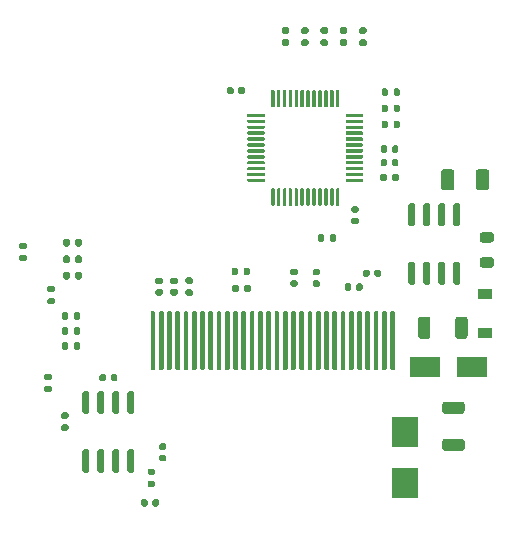
<source format=gbr>
%TF.GenerationSoftware,KiCad,Pcbnew,(5.1.10)-1*%
%TF.CreationDate,2022-01-29T15:25:58-05:00*%
%TF.ProjectId,CAN_Gauge,43414e5f-4761-4756-9765-2e6b69636164,rev?*%
%TF.SameCoordinates,Original*%
%TF.FileFunction,Paste,Top*%
%TF.FilePolarity,Positive*%
%FSLAX46Y46*%
G04 Gerber Fmt 4.6, Leading zero omitted, Abs format (unit mm)*
G04 Created by KiCad (PCBNEW (5.1.10)-1) date 2022-01-29 15:25:58*
%MOMM*%
%LPD*%
G01*
G04 APERTURE LIST*
%ADD10R,1.200000X0.900000*%
%ADD11R,2.300000X2.500000*%
%ADD12R,2.500000X1.800000*%
G04 APERTURE END LIST*
%TO.C,U1*%
G36*
G01*
X139150400Y-88287600D02*
X139150400Y-89612600D01*
G75*
G02*
X139075400Y-89687600I-75000J0D01*
G01*
X138925400Y-89687600D01*
G75*
G02*
X138850400Y-89612600I0J75000D01*
G01*
X138850400Y-88287600D01*
G75*
G02*
X138925400Y-88212600I75000J0D01*
G01*
X139075400Y-88212600D01*
G75*
G02*
X139150400Y-88287600I0J-75000D01*
G01*
G37*
G36*
G01*
X138650400Y-88287600D02*
X138650400Y-89612600D01*
G75*
G02*
X138575400Y-89687600I-75000J0D01*
G01*
X138425400Y-89687600D01*
G75*
G02*
X138350400Y-89612600I0J75000D01*
G01*
X138350400Y-88287600D01*
G75*
G02*
X138425400Y-88212600I75000J0D01*
G01*
X138575400Y-88212600D01*
G75*
G02*
X138650400Y-88287600I0J-75000D01*
G01*
G37*
G36*
G01*
X138150400Y-88287600D02*
X138150400Y-89612600D01*
G75*
G02*
X138075400Y-89687600I-75000J0D01*
G01*
X137925400Y-89687600D01*
G75*
G02*
X137850400Y-89612600I0J75000D01*
G01*
X137850400Y-88287600D01*
G75*
G02*
X137925400Y-88212600I75000J0D01*
G01*
X138075400Y-88212600D01*
G75*
G02*
X138150400Y-88287600I0J-75000D01*
G01*
G37*
G36*
G01*
X137650400Y-88287600D02*
X137650400Y-89612600D01*
G75*
G02*
X137575400Y-89687600I-75000J0D01*
G01*
X137425400Y-89687600D01*
G75*
G02*
X137350400Y-89612600I0J75000D01*
G01*
X137350400Y-88287600D01*
G75*
G02*
X137425400Y-88212600I75000J0D01*
G01*
X137575400Y-88212600D01*
G75*
G02*
X137650400Y-88287600I0J-75000D01*
G01*
G37*
G36*
G01*
X137150400Y-88287600D02*
X137150400Y-89612600D01*
G75*
G02*
X137075400Y-89687600I-75000J0D01*
G01*
X136925400Y-89687600D01*
G75*
G02*
X136850400Y-89612600I0J75000D01*
G01*
X136850400Y-88287600D01*
G75*
G02*
X136925400Y-88212600I75000J0D01*
G01*
X137075400Y-88212600D01*
G75*
G02*
X137150400Y-88287600I0J-75000D01*
G01*
G37*
G36*
G01*
X136650400Y-88287600D02*
X136650400Y-89612600D01*
G75*
G02*
X136575400Y-89687600I-75000J0D01*
G01*
X136425400Y-89687600D01*
G75*
G02*
X136350400Y-89612600I0J75000D01*
G01*
X136350400Y-88287600D01*
G75*
G02*
X136425400Y-88212600I75000J0D01*
G01*
X136575400Y-88212600D01*
G75*
G02*
X136650400Y-88287600I0J-75000D01*
G01*
G37*
G36*
G01*
X136150400Y-88287600D02*
X136150400Y-89612600D01*
G75*
G02*
X136075400Y-89687600I-75000J0D01*
G01*
X135925400Y-89687600D01*
G75*
G02*
X135850400Y-89612600I0J75000D01*
G01*
X135850400Y-88287600D01*
G75*
G02*
X135925400Y-88212600I75000J0D01*
G01*
X136075400Y-88212600D01*
G75*
G02*
X136150400Y-88287600I0J-75000D01*
G01*
G37*
G36*
G01*
X135650400Y-88287600D02*
X135650400Y-89612600D01*
G75*
G02*
X135575400Y-89687600I-75000J0D01*
G01*
X135425400Y-89687600D01*
G75*
G02*
X135350400Y-89612600I0J75000D01*
G01*
X135350400Y-88287600D01*
G75*
G02*
X135425400Y-88212600I75000J0D01*
G01*
X135575400Y-88212600D01*
G75*
G02*
X135650400Y-88287600I0J-75000D01*
G01*
G37*
G36*
G01*
X135150400Y-88287600D02*
X135150400Y-89612600D01*
G75*
G02*
X135075400Y-89687600I-75000J0D01*
G01*
X134925400Y-89687600D01*
G75*
G02*
X134850400Y-89612600I0J75000D01*
G01*
X134850400Y-88287600D01*
G75*
G02*
X134925400Y-88212600I75000J0D01*
G01*
X135075400Y-88212600D01*
G75*
G02*
X135150400Y-88287600I0J-75000D01*
G01*
G37*
G36*
G01*
X134650400Y-88287600D02*
X134650400Y-89612600D01*
G75*
G02*
X134575400Y-89687600I-75000J0D01*
G01*
X134425400Y-89687600D01*
G75*
G02*
X134350400Y-89612600I0J75000D01*
G01*
X134350400Y-88287600D01*
G75*
G02*
X134425400Y-88212600I75000J0D01*
G01*
X134575400Y-88212600D01*
G75*
G02*
X134650400Y-88287600I0J-75000D01*
G01*
G37*
G36*
G01*
X134150400Y-88287600D02*
X134150400Y-89612600D01*
G75*
G02*
X134075400Y-89687600I-75000J0D01*
G01*
X133925400Y-89687600D01*
G75*
G02*
X133850400Y-89612600I0J75000D01*
G01*
X133850400Y-88287600D01*
G75*
G02*
X133925400Y-88212600I75000J0D01*
G01*
X134075400Y-88212600D01*
G75*
G02*
X134150400Y-88287600I0J-75000D01*
G01*
G37*
G36*
G01*
X133650400Y-88287600D02*
X133650400Y-89612600D01*
G75*
G02*
X133575400Y-89687600I-75000J0D01*
G01*
X133425400Y-89687600D01*
G75*
G02*
X133350400Y-89612600I0J75000D01*
G01*
X133350400Y-88287600D01*
G75*
G02*
X133425400Y-88212600I75000J0D01*
G01*
X133575400Y-88212600D01*
G75*
G02*
X133650400Y-88287600I0J-75000D01*
G01*
G37*
G36*
G01*
X132825400Y-87462600D02*
X132825400Y-87612600D01*
G75*
G02*
X132750400Y-87687600I-75000J0D01*
G01*
X131425400Y-87687600D01*
G75*
G02*
X131350400Y-87612600I0J75000D01*
G01*
X131350400Y-87462600D01*
G75*
G02*
X131425400Y-87387600I75000J0D01*
G01*
X132750400Y-87387600D01*
G75*
G02*
X132825400Y-87462600I0J-75000D01*
G01*
G37*
G36*
G01*
X132825400Y-86962600D02*
X132825400Y-87112600D01*
G75*
G02*
X132750400Y-87187600I-75000J0D01*
G01*
X131425400Y-87187600D01*
G75*
G02*
X131350400Y-87112600I0J75000D01*
G01*
X131350400Y-86962600D01*
G75*
G02*
X131425400Y-86887600I75000J0D01*
G01*
X132750400Y-86887600D01*
G75*
G02*
X132825400Y-86962600I0J-75000D01*
G01*
G37*
G36*
G01*
X132825400Y-86462600D02*
X132825400Y-86612600D01*
G75*
G02*
X132750400Y-86687600I-75000J0D01*
G01*
X131425400Y-86687600D01*
G75*
G02*
X131350400Y-86612600I0J75000D01*
G01*
X131350400Y-86462600D01*
G75*
G02*
X131425400Y-86387600I75000J0D01*
G01*
X132750400Y-86387600D01*
G75*
G02*
X132825400Y-86462600I0J-75000D01*
G01*
G37*
G36*
G01*
X132825400Y-85962600D02*
X132825400Y-86112600D01*
G75*
G02*
X132750400Y-86187600I-75000J0D01*
G01*
X131425400Y-86187600D01*
G75*
G02*
X131350400Y-86112600I0J75000D01*
G01*
X131350400Y-85962600D01*
G75*
G02*
X131425400Y-85887600I75000J0D01*
G01*
X132750400Y-85887600D01*
G75*
G02*
X132825400Y-85962600I0J-75000D01*
G01*
G37*
G36*
G01*
X132825400Y-85462600D02*
X132825400Y-85612600D01*
G75*
G02*
X132750400Y-85687600I-75000J0D01*
G01*
X131425400Y-85687600D01*
G75*
G02*
X131350400Y-85612600I0J75000D01*
G01*
X131350400Y-85462600D01*
G75*
G02*
X131425400Y-85387600I75000J0D01*
G01*
X132750400Y-85387600D01*
G75*
G02*
X132825400Y-85462600I0J-75000D01*
G01*
G37*
G36*
G01*
X132825400Y-84962600D02*
X132825400Y-85112600D01*
G75*
G02*
X132750400Y-85187600I-75000J0D01*
G01*
X131425400Y-85187600D01*
G75*
G02*
X131350400Y-85112600I0J75000D01*
G01*
X131350400Y-84962600D01*
G75*
G02*
X131425400Y-84887600I75000J0D01*
G01*
X132750400Y-84887600D01*
G75*
G02*
X132825400Y-84962600I0J-75000D01*
G01*
G37*
G36*
G01*
X132825400Y-84462600D02*
X132825400Y-84612600D01*
G75*
G02*
X132750400Y-84687600I-75000J0D01*
G01*
X131425400Y-84687600D01*
G75*
G02*
X131350400Y-84612600I0J75000D01*
G01*
X131350400Y-84462600D01*
G75*
G02*
X131425400Y-84387600I75000J0D01*
G01*
X132750400Y-84387600D01*
G75*
G02*
X132825400Y-84462600I0J-75000D01*
G01*
G37*
G36*
G01*
X132825400Y-83962600D02*
X132825400Y-84112600D01*
G75*
G02*
X132750400Y-84187600I-75000J0D01*
G01*
X131425400Y-84187600D01*
G75*
G02*
X131350400Y-84112600I0J75000D01*
G01*
X131350400Y-83962600D01*
G75*
G02*
X131425400Y-83887600I75000J0D01*
G01*
X132750400Y-83887600D01*
G75*
G02*
X132825400Y-83962600I0J-75000D01*
G01*
G37*
G36*
G01*
X132825400Y-83462600D02*
X132825400Y-83612600D01*
G75*
G02*
X132750400Y-83687600I-75000J0D01*
G01*
X131425400Y-83687600D01*
G75*
G02*
X131350400Y-83612600I0J75000D01*
G01*
X131350400Y-83462600D01*
G75*
G02*
X131425400Y-83387600I75000J0D01*
G01*
X132750400Y-83387600D01*
G75*
G02*
X132825400Y-83462600I0J-75000D01*
G01*
G37*
G36*
G01*
X132825400Y-82962600D02*
X132825400Y-83112600D01*
G75*
G02*
X132750400Y-83187600I-75000J0D01*
G01*
X131425400Y-83187600D01*
G75*
G02*
X131350400Y-83112600I0J75000D01*
G01*
X131350400Y-82962600D01*
G75*
G02*
X131425400Y-82887600I75000J0D01*
G01*
X132750400Y-82887600D01*
G75*
G02*
X132825400Y-82962600I0J-75000D01*
G01*
G37*
G36*
G01*
X132825400Y-82462600D02*
X132825400Y-82612600D01*
G75*
G02*
X132750400Y-82687600I-75000J0D01*
G01*
X131425400Y-82687600D01*
G75*
G02*
X131350400Y-82612600I0J75000D01*
G01*
X131350400Y-82462600D01*
G75*
G02*
X131425400Y-82387600I75000J0D01*
G01*
X132750400Y-82387600D01*
G75*
G02*
X132825400Y-82462600I0J-75000D01*
G01*
G37*
G36*
G01*
X132825400Y-81962600D02*
X132825400Y-82112600D01*
G75*
G02*
X132750400Y-82187600I-75000J0D01*
G01*
X131425400Y-82187600D01*
G75*
G02*
X131350400Y-82112600I0J75000D01*
G01*
X131350400Y-81962600D01*
G75*
G02*
X131425400Y-81887600I75000J0D01*
G01*
X132750400Y-81887600D01*
G75*
G02*
X132825400Y-81962600I0J-75000D01*
G01*
G37*
G36*
G01*
X133650400Y-79962600D02*
X133650400Y-81287600D01*
G75*
G02*
X133575400Y-81362600I-75000J0D01*
G01*
X133425400Y-81362600D01*
G75*
G02*
X133350400Y-81287600I0J75000D01*
G01*
X133350400Y-79962600D01*
G75*
G02*
X133425400Y-79887600I75000J0D01*
G01*
X133575400Y-79887600D01*
G75*
G02*
X133650400Y-79962600I0J-75000D01*
G01*
G37*
G36*
G01*
X134150400Y-79962600D02*
X134150400Y-81287600D01*
G75*
G02*
X134075400Y-81362600I-75000J0D01*
G01*
X133925400Y-81362600D01*
G75*
G02*
X133850400Y-81287600I0J75000D01*
G01*
X133850400Y-79962600D01*
G75*
G02*
X133925400Y-79887600I75000J0D01*
G01*
X134075400Y-79887600D01*
G75*
G02*
X134150400Y-79962600I0J-75000D01*
G01*
G37*
G36*
G01*
X134650400Y-79962600D02*
X134650400Y-81287600D01*
G75*
G02*
X134575400Y-81362600I-75000J0D01*
G01*
X134425400Y-81362600D01*
G75*
G02*
X134350400Y-81287600I0J75000D01*
G01*
X134350400Y-79962600D01*
G75*
G02*
X134425400Y-79887600I75000J0D01*
G01*
X134575400Y-79887600D01*
G75*
G02*
X134650400Y-79962600I0J-75000D01*
G01*
G37*
G36*
G01*
X135150400Y-79962600D02*
X135150400Y-81287600D01*
G75*
G02*
X135075400Y-81362600I-75000J0D01*
G01*
X134925400Y-81362600D01*
G75*
G02*
X134850400Y-81287600I0J75000D01*
G01*
X134850400Y-79962600D01*
G75*
G02*
X134925400Y-79887600I75000J0D01*
G01*
X135075400Y-79887600D01*
G75*
G02*
X135150400Y-79962600I0J-75000D01*
G01*
G37*
G36*
G01*
X135650400Y-79962600D02*
X135650400Y-81287600D01*
G75*
G02*
X135575400Y-81362600I-75000J0D01*
G01*
X135425400Y-81362600D01*
G75*
G02*
X135350400Y-81287600I0J75000D01*
G01*
X135350400Y-79962600D01*
G75*
G02*
X135425400Y-79887600I75000J0D01*
G01*
X135575400Y-79887600D01*
G75*
G02*
X135650400Y-79962600I0J-75000D01*
G01*
G37*
G36*
G01*
X136150400Y-79962600D02*
X136150400Y-81287600D01*
G75*
G02*
X136075400Y-81362600I-75000J0D01*
G01*
X135925400Y-81362600D01*
G75*
G02*
X135850400Y-81287600I0J75000D01*
G01*
X135850400Y-79962600D01*
G75*
G02*
X135925400Y-79887600I75000J0D01*
G01*
X136075400Y-79887600D01*
G75*
G02*
X136150400Y-79962600I0J-75000D01*
G01*
G37*
G36*
G01*
X136650400Y-79962600D02*
X136650400Y-81287600D01*
G75*
G02*
X136575400Y-81362600I-75000J0D01*
G01*
X136425400Y-81362600D01*
G75*
G02*
X136350400Y-81287600I0J75000D01*
G01*
X136350400Y-79962600D01*
G75*
G02*
X136425400Y-79887600I75000J0D01*
G01*
X136575400Y-79887600D01*
G75*
G02*
X136650400Y-79962600I0J-75000D01*
G01*
G37*
G36*
G01*
X137150400Y-79962600D02*
X137150400Y-81287600D01*
G75*
G02*
X137075400Y-81362600I-75000J0D01*
G01*
X136925400Y-81362600D01*
G75*
G02*
X136850400Y-81287600I0J75000D01*
G01*
X136850400Y-79962600D01*
G75*
G02*
X136925400Y-79887600I75000J0D01*
G01*
X137075400Y-79887600D01*
G75*
G02*
X137150400Y-79962600I0J-75000D01*
G01*
G37*
G36*
G01*
X137650400Y-79962600D02*
X137650400Y-81287600D01*
G75*
G02*
X137575400Y-81362600I-75000J0D01*
G01*
X137425400Y-81362600D01*
G75*
G02*
X137350400Y-81287600I0J75000D01*
G01*
X137350400Y-79962600D01*
G75*
G02*
X137425400Y-79887600I75000J0D01*
G01*
X137575400Y-79887600D01*
G75*
G02*
X137650400Y-79962600I0J-75000D01*
G01*
G37*
G36*
G01*
X138150400Y-79962600D02*
X138150400Y-81287600D01*
G75*
G02*
X138075400Y-81362600I-75000J0D01*
G01*
X137925400Y-81362600D01*
G75*
G02*
X137850400Y-81287600I0J75000D01*
G01*
X137850400Y-79962600D01*
G75*
G02*
X137925400Y-79887600I75000J0D01*
G01*
X138075400Y-79887600D01*
G75*
G02*
X138150400Y-79962600I0J-75000D01*
G01*
G37*
G36*
G01*
X138650400Y-79962600D02*
X138650400Y-81287600D01*
G75*
G02*
X138575400Y-81362600I-75000J0D01*
G01*
X138425400Y-81362600D01*
G75*
G02*
X138350400Y-81287600I0J75000D01*
G01*
X138350400Y-79962600D01*
G75*
G02*
X138425400Y-79887600I75000J0D01*
G01*
X138575400Y-79887600D01*
G75*
G02*
X138650400Y-79962600I0J-75000D01*
G01*
G37*
G36*
G01*
X139150400Y-79962600D02*
X139150400Y-81287600D01*
G75*
G02*
X139075400Y-81362600I-75000J0D01*
G01*
X138925400Y-81362600D01*
G75*
G02*
X138850400Y-81287600I0J75000D01*
G01*
X138850400Y-79962600D01*
G75*
G02*
X138925400Y-79887600I75000J0D01*
G01*
X139075400Y-79887600D01*
G75*
G02*
X139150400Y-79962600I0J-75000D01*
G01*
G37*
G36*
G01*
X141150400Y-81962600D02*
X141150400Y-82112600D01*
G75*
G02*
X141075400Y-82187600I-75000J0D01*
G01*
X139750400Y-82187600D01*
G75*
G02*
X139675400Y-82112600I0J75000D01*
G01*
X139675400Y-81962600D01*
G75*
G02*
X139750400Y-81887600I75000J0D01*
G01*
X141075400Y-81887600D01*
G75*
G02*
X141150400Y-81962600I0J-75000D01*
G01*
G37*
G36*
G01*
X141150400Y-82462600D02*
X141150400Y-82612600D01*
G75*
G02*
X141075400Y-82687600I-75000J0D01*
G01*
X139750400Y-82687600D01*
G75*
G02*
X139675400Y-82612600I0J75000D01*
G01*
X139675400Y-82462600D01*
G75*
G02*
X139750400Y-82387600I75000J0D01*
G01*
X141075400Y-82387600D01*
G75*
G02*
X141150400Y-82462600I0J-75000D01*
G01*
G37*
G36*
G01*
X141150400Y-82962600D02*
X141150400Y-83112600D01*
G75*
G02*
X141075400Y-83187600I-75000J0D01*
G01*
X139750400Y-83187600D01*
G75*
G02*
X139675400Y-83112600I0J75000D01*
G01*
X139675400Y-82962600D01*
G75*
G02*
X139750400Y-82887600I75000J0D01*
G01*
X141075400Y-82887600D01*
G75*
G02*
X141150400Y-82962600I0J-75000D01*
G01*
G37*
G36*
G01*
X141150400Y-83462600D02*
X141150400Y-83612600D01*
G75*
G02*
X141075400Y-83687600I-75000J0D01*
G01*
X139750400Y-83687600D01*
G75*
G02*
X139675400Y-83612600I0J75000D01*
G01*
X139675400Y-83462600D01*
G75*
G02*
X139750400Y-83387600I75000J0D01*
G01*
X141075400Y-83387600D01*
G75*
G02*
X141150400Y-83462600I0J-75000D01*
G01*
G37*
G36*
G01*
X141150400Y-83962600D02*
X141150400Y-84112600D01*
G75*
G02*
X141075400Y-84187600I-75000J0D01*
G01*
X139750400Y-84187600D01*
G75*
G02*
X139675400Y-84112600I0J75000D01*
G01*
X139675400Y-83962600D01*
G75*
G02*
X139750400Y-83887600I75000J0D01*
G01*
X141075400Y-83887600D01*
G75*
G02*
X141150400Y-83962600I0J-75000D01*
G01*
G37*
G36*
G01*
X141150400Y-84462600D02*
X141150400Y-84612600D01*
G75*
G02*
X141075400Y-84687600I-75000J0D01*
G01*
X139750400Y-84687600D01*
G75*
G02*
X139675400Y-84612600I0J75000D01*
G01*
X139675400Y-84462600D01*
G75*
G02*
X139750400Y-84387600I75000J0D01*
G01*
X141075400Y-84387600D01*
G75*
G02*
X141150400Y-84462600I0J-75000D01*
G01*
G37*
G36*
G01*
X141150400Y-84962600D02*
X141150400Y-85112600D01*
G75*
G02*
X141075400Y-85187600I-75000J0D01*
G01*
X139750400Y-85187600D01*
G75*
G02*
X139675400Y-85112600I0J75000D01*
G01*
X139675400Y-84962600D01*
G75*
G02*
X139750400Y-84887600I75000J0D01*
G01*
X141075400Y-84887600D01*
G75*
G02*
X141150400Y-84962600I0J-75000D01*
G01*
G37*
G36*
G01*
X141150400Y-85462600D02*
X141150400Y-85612600D01*
G75*
G02*
X141075400Y-85687600I-75000J0D01*
G01*
X139750400Y-85687600D01*
G75*
G02*
X139675400Y-85612600I0J75000D01*
G01*
X139675400Y-85462600D01*
G75*
G02*
X139750400Y-85387600I75000J0D01*
G01*
X141075400Y-85387600D01*
G75*
G02*
X141150400Y-85462600I0J-75000D01*
G01*
G37*
G36*
G01*
X141150400Y-85962600D02*
X141150400Y-86112600D01*
G75*
G02*
X141075400Y-86187600I-75000J0D01*
G01*
X139750400Y-86187600D01*
G75*
G02*
X139675400Y-86112600I0J75000D01*
G01*
X139675400Y-85962600D01*
G75*
G02*
X139750400Y-85887600I75000J0D01*
G01*
X141075400Y-85887600D01*
G75*
G02*
X141150400Y-85962600I0J-75000D01*
G01*
G37*
G36*
G01*
X141150400Y-86462600D02*
X141150400Y-86612600D01*
G75*
G02*
X141075400Y-86687600I-75000J0D01*
G01*
X139750400Y-86687600D01*
G75*
G02*
X139675400Y-86612600I0J75000D01*
G01*
X139675400Y-86462600D01*
G75*
G02*
X139750400Y-86387600I75000J0D01*
G01*
X141075400Y-86387600D01*
G75*
G02*
X141150400Y-86462600I0J-75000D01*
G01*
G37*
G36*
G01*
X141150400Y-86962600D02*
X141150400Y-87112600D01*
G75*
G02*
X141075400Y-87187600I-75000J0D01*
G01*
X139750400Y-87187600D01*
G75*
G02*
X139675400Y-87112600I0J75000D01*
G01*
X139675400Y-86962600D01*
G75*
G02*
X139750400Y-86887600I75000J0D01*
G01*
X141075400Y-86887600D01*
G75*
G02*
X141150400Y-86962600I0J-75000D01*
G01*
G37*
G36*
G01*
X141150400Y-87462600D02*
X141150400Y-87612600D01*
G75*
G02*
X141075400Y-87687600I-75000J0D01*
G01*
X139750400Y-87687600D01*
G75*
G02*
X139675400Y-87612600I0J75000D01*
G01*
X139675400Y-87462600D01*
G75*
G02*
X139750400Y-87387600I75000J0D01*
G01*
X141075400Y-87387600D01*
G75*
G02*
X141150400Y-87462600I0J-75000D01*
G01*
G37*
%TD*%
%TO.C,C10*%
G36*
G01*
X148946300Y-100714901D02*
X148946300Y-99314899D01*
G75*
G02*
X149196299Y-99064900I249999J0D01*
G01*
X149746301Y-99064900D01*
G75*
G02*
X149996300Y-99314899I0J-249999D01*
G01*
X149996300Y-100714901D01*
G75*
G02*
X149746301Y-100964900I-249999J0D01*
G01*
X149196299Y-100964900D01*
G75*
G02*
X148946300Y-100714901I0J249999D01*
G01*
G37*
G36*
G01*
X145796300Y-100714901D02*
X145796300Y-99314899D01*
G75*
G02*
X146046299Y-99064900I249999J0D01*
G01*
X146596301Y-99064900D01*
G75*
G02*
X146846300Y-99314899I0J-249999D01*
G01*
X146846300Y-100714901D01*
G75*
G02*
X146596301Y-100964900I-249999J0D01*
G01*
X146046299Y-100964900D01*
G75*
G02*
X145796300Y-100714901I0J249999D01*
G01*
G37*
%TD*%
%TO.C,C17*%
G36*
G01*
X123710600Y-96722400D02*
X124050600Y-96722400D01*
G75*
G02*
X124190600Y-96862400I0J-140000D01*
G01*
X124190600Y-97142400D01*
G75*
G02*
X124050600Y-97282400I-140000J0D01*
G01*
X123710600Y-97282400D01*
G75*
G02*
X123570600Y-97142400I0J140000D01*
G01*
X123570600Y-96862400D01*
G75*
G02*
X123710600Y-96722400I140000J0D01*
G01*
G37*
G36*
G01*
X123710600Y-95762400D02*
X124050600Y-95762400D01*
G75*
G02*
X124190600Y-95902400I0J-140000D01*
G01*
X124190600Y-96182400D01*
G75*
G02*
X124050600Y-96322400I-140000J0D01*
G01*
X123710600Y-96322400D01*
G75*
G02*
X123570600Y-96182400I0J140000D01*
G01*
X123570600Y-95902400D01*
G75*
G02*
X123710600Y-95762400I140000J0D01*
G01*
G37*
%TD*%
%TO.C,R24*%
G36*
G01*
X131105600Y-96859800D02*
X131105600Y-96489800D01*
G75*
G02*
X131240600Y-96354800I135000J0D01*
G01*
X131510600Y-96354800D01*
G75*
G02*
X131645600Y-96489800I0J-135000D01*
G01*
X131645600Y-96859800D01*
G75*
G02*
X131510600Y-96994800I-135000J0D01*
G01*
X131240600Y-96994800D01*
G75*
G02*
X131105600Y-96859800I0J135000D01*
G01*
G37*
G36*
G01*
X130085600Y-96859800D02*
X130085600Y-96489800D01*
G75*
G02*
X130220600Y-96354800I135000J0D01*
G01*
X130490600Y-96354800D01*
G75*
G02*
X130625600Y-96489800I0J-135000D01*
G01*
X130625600Y-96859800D01*
G75*
G02*
X130490600Y-96994800I-135000J0D01*
G01*
X130220600Y-96994800D01*
G75*
G02*
X130085600Y-96859800I0J135000D01*
G01*
G37*
%TD*%
%TO.C,U4*%
G36*
G01*
X143454000Y-103513000D02*
X143454000Y-98713000D01*
G75*
G02*
X143554000Y-98613000I100000J0D01*
G01*
X143754000Y-98613000D01*
G75*
G02*
X143854000Y-98713000I0J-100000D01*
G01*
X143854000Y-103513000D01*
G75*
G02*
X143754000Y-103613000I-100000J0D01*
G01*
X143554000Y-103613000D01*
G75*
G02*
X143454000Y-103513000I0J100000D01*
G01*
G37*
G36*
G01*
X142754000Y-103513000D02*
X142754000Y-98713000D01*
G75*
G02*
X142854000Y-98613000I100000J0D01*
G01*
X143054000Y-98613000D01*
G75*
G02*
X143154000Y-98713000I0J-100000D01*
G01*
X143154000Y-103513000D01*
G75*
G02*
X143054000Y-103613000I-100000J0D01*
G01*
X142854000Y-103613000D01*
G75*
G02*
X142754000Y-103513000I0J100000D01*
G01*
G37*
G36*
G01*
X142054000Y-103513000D02*
X142054000Y-98713000D01*
G75*
G02*
X142154000Y-98613000I100000J0D01*
G01*
X142354000Y-98613000D01*
G75*
G02*
X142454000Y-98713000I0J-100000D01*
G01*
X142454000Y-103513000D01*
G75*
G02*
X142354000Y-103613000I-100000J0D01*
G01*
X142154000Y-103613000D01*
G75*
G02*
X142054000Y-103513000I0J100000D01*
G01*
G37*
G36*
G01*
X141354000Y-103513000D02*
X141354000Y-98713000D01*
G75*
G02*
X141454000Y-98613000I100000J0D01*
G01*
X141654000Y-98613000D01*
G75*
G02*
X141754000Y-98713000I0J-100000D01*
G01*
X141754000Y-103513000D01*
G75*
G02*
X141654000Y-103613000I-100000J0D01*
G01*
X141454000Y-103613000D01*
G75*
G02*
X141354000Y-103513000I0J100000D01*
G01*
G37*
G36*
G01*
X140654000Y-103513000D02*
X140654000Y-98713000D01*
G75*
G02*
X140754000Y-98613000I100000J0D01*
G01*
X140954000Y-98613000D01*
G75*
G02*
X141054000Y-98713000I0J-100000D01*
G01*
X141054000Y-103513000D01*
G75*
G02*
X140954000Y-103613000I-100000J0D01*
G01*
X140754000Y-103613000D01*
G75*
G02*
X140654000Y-103513000I0J100000D01*
G01*
G37*
G36*
G01*
X139954000Y-103513000D02*
X139954000Y-98713000D01*
G75*
G02*
X140054000Y-98613000I100000J0D01*
G01*
X140254000Y-98613000D01*
G75*
G02*
X140354000Y-98713000I0J-100000D01*
G01*
X140354000Y-103513000D01*
G75*
G02*
X140254000Y-103613000I-100000J0D01*
G01*
X140054000Y-103613000D01*
G75*
G02*
X139954000Y-103513000I0J100000D01*
G01*
G37*
G36*
G01*
X139254000Y-103513000D02*
X139254000Y-98713000D01*
G75*
G02*
X139354000Y-98613000I100000J0D01*
G01*
X139554000Y-98613000D01*
G75*
G02*
X139654000Y-98713000I0J-100000D01*
G01*
X139654000Y-103513000D01*
G75*
G02*
X139554000Y-103613000I-100000J0D01*
G01*
X139354000Y-103613000D01*
G75*
G02*
X139254000Y-103513000I0J100000D01*
G01*
G37*
G36*
G01*
X138554000Y-103513000D02*
X138554000Y-98713000D01*
G75*
G02*
X138654000Y-98613000I100000J0D01*
G01*
X138854000Y-98613000D01*
G75*
G02*
X138954000Y-98713000I0J-100000D01*
G01*
X138954000Y-103513000D01*
G75*
G02*
X138854000Y-103613000I-100000J0D01*
G01*
X138654000Y-103613000D01*
G75*
G02*
X138554000Y-103513000I0J100000D01*
G01*
G37*
G36*
G01*
X137854000Y-103513000D02*
X137854000Y-98713000D01*
G75*
G02*
X137954000Y-98613000I100000J0D01*
G01*
X138154000Y-98613000D01*
G75*
G02*
X138254000Y-98713000I0J-100000D01*
G01*
X138254000Y-103513000D01*
G75*
G02*
X138154000Y-103613000I-100000J0D01*
G01*
X137954000Y-103613000D01*
G75*
G02*
X137854000Y-103513000I0J100000D01*
G01*
G37*
G36*
G01*
X137154000Y-103513000D02*
X137154000Y-98713000D01*
G75*
G02*
X137254000Y-98613000I100000J0D01*
G01*
X137454000Y-98613000D01*
G75*
G02*
X137554000Y-98713000I0J-100000D01*
G01*
X137554000Y-103513000D01*
G75*
G02*
X137454000Y-103613000I-100000J0D01*
G01*
X137254000Y-103613000D01*
G75*
G02*
X137154000Y-103513000I0J100000D01*
G01*
G37*
G36*
G01*
X136454000Y-103513000D02*
X136454000Y-98713000D01*
G75*
G02*
X136554000Y-98613000I100000J0D01*
G01*
X136754000Y-98613000D01*
G75*
G02*
X136854000Y-98713000I0J-100000D01*
G01*
X136854000Y-103513000D01*
G75*
G02*
X136754000Y-103613000I-100000J0D01*
G01*
X136554000Y-103613000D01*
G75*
G02*
X136454000Y-103513000I0J100000D01*
G01*
G37*
G36*
G01*
X135754000Y-103513000D02*
X135754000Y-98713000D01*
G75*
G02*
X135854000Y-98613000I100000J0D01*
G01*
X136054000Y-98613000D01*
G75*
G02*
X136154000Y-98713000I0J-100000D01*
G01*
X136154000Y-103513000D01*
G75*
G02*
X136054000Y-103613000I-100000J0D01*
G01*
X135854000Y-103613000D01*
G75*
G02*
X135754000Y-103513000I0J100000D01*
G01*
G37*
G36*
G01*
X135054000Y-103513000D02*
X135054000Y-98713000D01*
G75*
G02*
X135154000Y-98613000I100000J0D01*
G01*
X135354000Y-98613000D01*
G75*
G02*
X135454000Y-98713000I0J-100000D01*
G01*
X135454000Y-103513000D01*
G75*
G02*
X135354000Y-103613000I-100000J0D01*
G01*
X135154000Y-103613000D01*
G75*
G02*
X135054000Y-103513000I0J100000D01*
G01*
G37*
G36*
G01*
X134354000Y-103513000D02*
X134354000Y-98713000D01*
G75*
G02*
X134454000Y-98613000I100000J0D01*
G01*
X134654000Y-98613000D01*
G75*
G02*
X134754000Y-98713000I0J-100000D01*
G01*
X134754000Y-103513000D01*
G75*
G02*
X134654000Y-103613000I-100000J0D01*
G01*
X134454000Y-103613000D01*
G75*
G02*
X134354000Y-103513000I0J100000D01*
G01*
G37*
G36*
G01*
X133654000Y-103513000D02*
X133654000Y-98713000D01*
G75*
G02*
X133754000Y-98613000I100000J0D01*
G01*
X133954000Y-98613000D01*
G75*
G02*
X134054000Y-98713000I0J-100000D01*
G01*
X134054000Y-103513000D01*
G75*
G02*
X133954000Y-103613000I-100000J0D01*
G01*
X133754000Y-103613000D01*
G75*
G02*
X133654000Y-103513000I0J100000D01*
G01*
G37*
G36*
G01*
X132954000Y-103513000D02*
X132954000Y-98713000D01*
G75*
G02*
X133054000Y-98613000I100000J0D01*
G01*
X133254000Y-98613000D01*
G75*
G02*
X133354000Y-98713000I0J-100000D01*
G01*
X133354000Y-103513000D01*
G75*
G02*
X133254000Y-103613000I-100000J0D01*
G01*
X133054000Y-103613000D01*
G75*
G02*
X132954000Y-103513000I0J100000D01*
G01*
G37*
G36*
G01*
X132254000Y-103513000D02*
X132254000Y-98713000D01*
G75*
G02*
X132354000Y-98613000I100000J0D01*
G01*
X132554000Y-98613000D01*
G75*
G02*
X132654000Y-98713000I0J-100000D01*
G01*
X132654000Y-103513000D01*
G75*
G02*
X132554000Y-103613000I-100000J0D01*
G01*
X132354000Y-103613000D01*
G75*
G02*
X132254000Y-103513000I0J100000D01*
G01*
G37*
G36*
G01*
X131554000Y-103513000D02*
X131554000Y-98713000D01*
G75*
G02*
X131654000Y-98613000I100000J0D01*
G01*
X131854000Y-98613000D01*
G75*
G02*
X131954000Y-98713000I0J-100000D01*
G01*
X131954000Y-103513000D01*
G75*
G02*
X131854000Y-103613000I-100000J0D01*
G01*
X131654000Y-103613000D01*
G75*
G02*
X131554000Y-103513000I0J100000D01*
G01*
G37*
G36*
G01*
X130854000Y-103513000D02*
X130854000Y-98713000D01*
G75*
G02*
X130954000Y-98613000I100000J0D01*
G01*
X131154000Y-98613000D01*
G75*
G02*
X131254000Y-98713000I0J-100000D01*
G01*
X131254000Y-103513000D01*
G75*
G02*
X131154000Y-103613000I-100000J0D01*
G01*
X130954000Y-103613000D01*
G75*
G02*
X130854000Y-103513000I0J100000D01*
G01*
G37*
G36*
G01*
X130154000Y-103513000D02*
X130154000Y-98713000D01*
G75*
G02*
X130254000Y-98613000I100000J0D01*
G01*
X130454000Y-98613000D01*
G75*
G02*
X130554000Y-98713000I0J-100000D01*
G01*
X130554000Y-103513000D01*
G75*
G02*
X130454000Y-103613000I-100000J0D01*
G01*
X130254000Y-103613000D01*
G75*
G02*
X130154000Y-103513000I0J100000D01*
G01*
G37*
G36*
G01*
X129454000Y-103513000D02*
X129454000Y-98713000D01*
G75*
G02*
X129554000Y-98613000I100000J0D01*
G01*
X129754000Y-98613000D01*
G75*
G02*
X129854000Y-98713000I0J-100000D01*
G01*
X129854000Y-103513000D01*
G75*
G02*
X129754000Y-103613000I-100000J0D01*
G01*
X129554000Y-103613000D01*
G75*
G02*
X129454000Y-103513000I0J100000D01*
G01*
G37*
G36*
G01*
X128754000Y-103513000D02*
X128754000Y-98713000D01*
G75*
G02*
X128854000Y-98613000I100000J0D01*
G01*
X129054000Y-98613000D01*
G75*
G02*
X129154000Y-98713000I0J-100000D01*
G01*
X129154000Y-103513000D01*
G75*
G02*
X129054000Y-103613000I-100000J0D01*
G01*
X128854000Y-103613000D01*
G75*
G02*
X128754000Y-103513000I0J100000D01*
G01*
G37*
G36*
G01*
X128054000Y-103513000D02*
X128054000Y-98713000D01*
G75*
G02*
X128154000Y-98613000I100000J0D01*
G01*
X128354000Y-98613000D01*
G75*
G02*
X128454000Y-98713000I0J-100000D01*
G01*
X128454000Y-103513000D01*
G75*
G02*
X128354000Y-103613000I-100000J0D01*
G01*
X128154000Y-103613000D01*
G75*
G02*
X128054000Y-103513000I0J100000D01*
G01*
G37*
G36*
G01*
X127354000Y-103513000D02*
X127354000Y-98713000D01*
G75*
G02*
X127454000Y-98613000I100000J0D01*
G01*
X127654000Y-98613000D01*
G75*
G02*
X127754000Y-98713000I0J-100000D01*
G01*
X127754000Y-103513000D01*
G75*
G02*
X127654000Y-103613000I-100000J0D01*
G01*
X127454000Y-103613000D01*
G75*
G02*
X127354000Y-103513000I0J100000D01*
G01*
G37*
G36*
G01*
X126654000Y-103513000D02*
X126654000Y-98713000D01*
G75*
G02*
X126754000Y-98613000I100000J0D01*
G01*
X126954000Y-98613000D01*
G75*
G02*
X127054000Y-98713000I0J-100000D01*
G01*
X127054000Y-103513000D01*
G75*
G02*
X126954000Y-103613000I-100000J0D01*
G01*
X126754000Y-103613000D01*
G75*
G02*
X126654000Y-103513000I0J100000D01*
G01*
G37*
G36*
G01*
X125954000Y-103513000D02*
X125954000Y-98713000D01*
G75*
G02*
X126054000Y-98613000I100000J0D01*
G01*
X126254000Y-98613000D01*
G75*
G02*
X126354000Y-98713000I0J-100000D01*
G01*
X126354000Y-103513000D01*
G75*
G02*
X126254000Y-103613000I-100000J0D01*
G01*
X126054000Y-103613000D01*
G75*
G02*
X125954000Y-103513000I0J100000D01*
G01*
G37*
G36*
G01*
X125254000Y-103513000D02*
X125254000Y-98713000D01*
G75*
G02*
X125354000Y-98613000I100000J0D01*
G01*
X125554000Y-98613000D01*
G75*
G02*
X125654000Y-98713000I0J-100000D01*
G01*
X125654000Y-103513000D01*
G75*
G02*
X125554000Y-103613000I-100000J0D01*
G01*
X125354000Y-103613000D01*
G75*
G02*
X125254000Y-103513000I0J100000D01*
G01*
G37*
G36*
G01*
X124554000Y-103513000D02*
X124554000Y-98713000D01*
G75*
G02*
X124654000Y-98613000I100000J0D01*
G01*
X124854000Y-98613000D01*
G75*
G02*
X124954000Y-98713000I0J-100000D01*
G01*
X124954000Y-103513000D01*
G75*
G02*
X124854000Y-103613000I-100000J0D01*
G01*
X124654000Y-103613000D01*
G75*
G02*
X124554000Y-103513000I0J100000D01*
G01*
G37*
G36*
G01*
X123854000Y-103513000D02*
X123854000Y-98713000D01*
G75*
G02*
X123954000Y-98613000I100000J0D01*
G01*
X124154000Y-98613000D01*
G75*
G02*
X124254000Y-98713000I0J-100000D01*
G01*
X124254000Y-103513000D01*
G75*
G02*
X124154000Y-103613000I-100000J0D01*
G01*
X123954000Y-103613000D01*
G75*
G02*
X123854000Y-103513000I0J100000D01*
G01*
G37*
G36*
G01*
X123154000Y-103513000D02*
X123154000Y-98713000D01*
G75*
G02*
X123254000Y-98613000I100000J0D01*
G01*
X123454000Y-98613000D01*
G75*
G02*
X123554000Y-98713000I0J-100000D01*
G01*
X123554000Y-103513000D01*
G75*
G02*
X123454000Y-103613000I-100000J0D01*
G01*
X123254000Y-103613000D01*
G75*
G02*
X123154000Y-103513000I0J100000D01*
G01*
G37*
%TD*%
%TO.C,R20*%
G36*
G01*
X123035200Y-112967600D02*
X123405200Y-112967600D01*
G75*
G02*
X123540200Y-113102600I0J-135000D01*
G01*
X123540200Y-113372600D01*
G75*
G02*
X123405200Y-113507600I-135000J0D01*
G01*
X123035200Y-113507600D01*
G75*
G02*
X122900200Y-113372600I0J135000D01*
G01*
X122900200Y-113102600D01*
G75*
G02*
X123035200Y-112967600I135000J0D01*
G01*
G37*
G36*
G01*
X123035200Y-111947600D02*
X123405200Y-111947600D01*
G75*
G02*
X123540200Y-112082600I0J-135000D01*
G01*
X123540200Y-112352600D01*
G75*
G02*
X123405200Y-112487600I-135000J0D01*
G01*
X123035200Y-112487600D01*
G75*
G02*
X122900200Y-112352600I0J135000D01*
G01*
X122900200Y-112082600D01*
G75*
G02*
X123035200Y-111947600I135000J0D01*
G01*
G37*
%TD*%
%TO.C,L1*%
G36*
G01*
X151998650Y-92798600D02*
X151236150Y-92798600D01*
G75*
G02*
X151017400Y-92579850I0J218750D01*
G01*
X151017400Y-92142350D01*
G75*
G02*
X151236150Y-91923600I218750J0D01*
G01*
X151998650Y-91923600D01*
G75*
G02*
X152217400Y-92142350I0J-218750D01*
G01*
X152217400Y-92579850D01*
G75*
G02*
X151998650Y-92798600I-218750J0D01*
G01*
G37*
G36*
G01*
X151998650Y-94923600D02*
X151236150Y-94923600D01*
G75*
G02*
X151017400Y-94704850I0J218750D01*
G01*
X151017400Y-94267350D01*
G75*
G02*
X151236150Y-94048600I218750J0D01*
G01*
X151998650Y-94048600D01*
G75*
G02*
X152217400Y-94267350I0J-218750D01*
G01*
X152217400Y-94704850D01*
G75*
G02*
X151998650Y-94923600I-218750J0D01*
G01*
G37*
%TD*%
%TO.C,C11*%
G36*
G01*
X148888600Y-86829999D02*
X148888600Y-88130001D01*
G75*
G02*
X148638601Y-88380000I-249999J0D01*
G01*
X147988599Y-88380000D01*
G75*
G02*
X147738600Y-88130001I0J249999D01*
G01*
X147738600Y-86829999D01*
G75*
G02*
X147988599Y-86580000I249999J0D01*
G01*
X148638601Y-86580000D01*
G75*
G02*
X148888600Y-86829999I0J-249999D01*
G01*
G37*
G36*
G01*
X151838600Y-86829999D02*
X151838600Y-88130001D01*
G75*
G02*
X151588601Y-88380000I-249999J0D01*
G01*
X150938599Y-88380000D01*
G75*
G02*
X150688600Y-88130001I0J249999D01*
G01*
X150688600Y-86829999D01*
G75*
G02*
X150938599Y-86580000I249999J0D01*
G01*
X151588601Y-86580000D01*
G75*
G02*
X151838600Y-86829999I0J-249999D01*
G01*
G37*
%TD*%
D10*
%TO.C,D12*%
X151439600Y-100458400D03*
X151439600Y-97158400D03*
%TD*%
%TO.C,U3*%
G36*
G01*
X148927400Y-94415600D02*
X149227400Y-94415600D01*
G75*
G02*
X149377400Y-94565600I0J-150000D01*
G01*
X149377400Y-96215600D01*
G75*
G02*
X149227400Y-96365600I-150000J0D01*
G01*
X148927400Y-96365600D01*
G75*
G02*
X148777400Y-96215600I0J150000D01*
G01*
X148777400Y-94565600D01*
G75*
G02*
X148927400Y-94415600I150000J0D01*
G01*
G37*
G36*
G01*
X147657400Y-94415600D02*
X147957400Y-94415600D01*
G75*
G02*
X148107400Y-94565600I0J-150000D01*
G01*
X148107400Y-96215600D01*
G75*
G02*
X147957400Y-96365600I-150000J0D01*
G01*
X147657400Y-96365600D01*
G75*
G02*
X147507400Y-96215600I0J150000D01*
G01*
X147507400Y-94565600D01*
G75*
G02*
X147657400Y-94415600I150000J0D01*
G01*
G37*
G36*
G01*
X146387400Y-94415600D02*
X146687400Y-94415600D01*
G75*
G02*
X146837400Y-94565600I0J-150000D01*
G01*
X146837400Y-96215600D01*
G75*
G02*
X146687400Y-96365600I-150000J0D01*
G01*
X146387400Y-96365600D01*
G75*
G02*
X146237400Y-96215600I0J150000D01*
G01*
X146237400Y-94565600D01*
G75*
G02*
X146387400Y-94415600I150000J0D01*
G01*
G37*
G36*
G01*
X145117400Y-94415600D02*
X145417400Y-94415600D01*
G75*
G02*
X145567400Y-94565600I0J-150000D01*
G01*
X145567400Y-96215600D01*
G75*
G02*
X145417400Y-96365600I-150000J0D01*
G01*
X145117400Y-96365600D01*
G75*
G02*
X144967400Y-96215600I0J150000D01*
G01*
X144967400Y-94565600D01*
G75*
G02*
X145117400Y-94415600I150000J0D01*
G01*
G37*
G36*
G01*
X145117400Y-89465600D02*
X145417400Y-89465600D01*
G75*
G02*
X145567400Y-89615600I0J-150000D01*
G01*
X145567400Y-91265600D01*
G75*
G02*
X145417400Y-91415600I-150000J0D01*
G01*
X145117400Y-91415600D01*
G75*
G02*
X144967400Y-91265600I0J150000D01*
G01*
X144967400Y-89615600D01*
G75*
G02*
X145117400Y-89465600I150000J0D01*
G01*
G37*
G36*
G01*
X146387400Y-89465600D02*
X146687400Y-89465600D01*
G75*
G02*
X146837400Y-89615600I0J-150000D01*
G01*
X146837400Y-91265600D01*
G75*
G02*
X146687400Y-91415600I-150000J0D01*
G01*
X146387400Y-91415600D01*
G75*
G02*
X146237400Y-91265600I0J150000D01*
G01*
X146237400Y-89615600D01*
G75*
G02*
X146387400Y-89465600I150000J0D01*
G01*
G37*
G36*
G01*
X147657400Y-89465600D02*
X147957400Y-89465600D01*
G75*
G02*
X148107400Y-89615600I0J-150000D01*
G01*
X148107400Y-91265600D01*
G75*
G02*
X147957400Y-91415600I-150000J0D01*
G01*
X147657400Y-91415600D01*
G75*
G02*
X147507400Y-91265600I0J150000D01*
G01*
X147507400Y-89615600D01*
G75*
G02*
X147657400Y-89465600I150000J0D01*
G01*
G37*
G36*
G01*
X148927400Y-89465600D02*
X149227400Y-89465600D01*
G75*
G02*
X149377400Y-89615600I0J-150000D01*
G01*
X149377400Y-91265600D01*
G75*
G02*
X149227400Y-91415600I-150000J0D01*
G01*
X148927400Y-91415600D01*
G75*
G02*
X148777400Y-91265600I0J150000D01*
G01*
X148777400Y-89615600D01*
G75*
G02*
X148927400Y-89465600I150000J0D01*
G01*
G37*
%TD*%
%TO.C,L2*%
G36*
G01*
X143195800Y-87129700D02*
X143195800Y-87474700D01*
G75*
G02*
X143048300Y-87622200I-147500J0D01*
G01*
X142753300Y-87622200D01*
G75*
G02*
X142605800Y-87474700I0J147500D01*
G01*
X142605800Y-87129700D01*
G75*
G02*
X142753300Y-86982200I147500J0D01*
G01*
X143048300Y-86982200D01*
G75*
G02*
X143195800Y-87129700I0J-147500D01*
G01*
G37*
G36*
G01*
X144165800Y-87129700D02*
X144165800Y-87474700D01*
G75*
G02*
X144018300Y-87622200I-147500J0D01*
G01*
X143723300Y-87622200D01*
G75*
G02*
X143575800Y-87474700I0J147500D01*
G01*
X143575800Y-87129700D01*
G75*
G02*
X143723300Y-86982200I147500J0D01*
G01*
X144018300Y-86982200D01*
G75*
G02*
X144165800Y-87129700I0J-147500D01*
G01*
G37*
%TD*%
%TO.C,R30*%
G36*
G01*
X114642200Y-104435800D02*
X114272200Y-104435800D01*
G75*
G02*
X114137200Y-104300800I0J135000D01*
G01*
X114137200Y-104030800D01*
G75*
G02*
X114272200Y-103895800I135000J0D01*
G01*
X114642200Y-103895800D01*
G75*
G02*
X114777200Y-104030800I0J-135000D01*
G01*
X114777200Y-104300800D01*
G75*
G02*
X114642200Y-104435800I-135000J0D01*
G01*
G37*
G36*
G01*
X114642200Y-105455800D02*
X114272200Y-105455800D01*
G75*
G02*
X114137200Y-105320800I0J135000D01*
G01*
X114137200Y-105050800D01*
G75*
G02*
X114272200Y-104915800I135000J0D01*
G01*
X114642200Y-104915800D01*
G75*
G02*
X114777200Y-105050800I0J-135000D01*
G01*
X114777200Y-105320800D01*
G75*
G02*
X114642200Y-105455800I-135000J0D01*
G01*
G37*
%TD*%
%TO.C,R29*%
G36*
G01*
X112164000Y-93816000D02*
X112534000Y-93816000D01*
G75*
G02*
X112669000Y-93951000I0J-135000D01*
G01*
X112669000Y-94221000D01*
G75*
G02*
X112534000Y-94356000I-135000J0D01*
G01*
X112164000Y-94356000D01*
G75*
G02*
X112029000Y-94221000I0J135000D01*
G01*
X112029000Y-93951000D01*
G75*
G02*
X112164000Y-93816000I135000J0D01*
G01*
G37*
G36*
G01*
X112164000Y-92796000D02*
X112534000Y-92796000D01*
G75*
G02*
X112669000Y-92931000I0J-135000D01*
G01*
X112669000Y-93201000D01*
G75*
G02*
X112534000Y-93336000I-135000J0D01*
G01*
X112164000Y-93336000D01*
G75*
G02*
X112029000Y-93201000I0J135000D01*
G01*
X112029000Y-92931000D01*
G75*
G02*
X112164000Y-92796000I135000J0D01*
G01*
G37*
%TD*%
%TO.C,R21*%
G36*
G01*
X134401700Y-75604200D02*
X134771700Y-75604200D01*
G75*
G02*
X134906700Y-75739200I0J-135000D01*
G01*
X134906700Y-76009200D01*
G75*
G02*
X134771700Y-76144200I-135000J0D01*
G01*
X134401700Y-76144200D01*
G75*
G02*
X134266700Y-76009200I0J135000D01*
G01*
X134266700Y-75739200D01*
G75*
G02*
X134401700Y-75604200I135000J0D01*
G01*
G37*
G36*
G01*
X134401700Y-74584200D02*
X134771700Y-74584200D01*
G75*
G02*
X134906700Y-74719200I0J-135000D01*
G01*
X134906700Y-74989200D01*
G75*
G02*
X134771700Y-75124200I-135000J0D01*
G01*
X134401700Y-75124200D01*
G75*
G02*
X134266700Y-74989200I0J135000D01*
G01*
X134266700Y-74719200D01*
G75*
G02*
X134401700Y-74584200I135000J0D01*
G01*
G37*
%TD*%
D11*
%TO.C,D22*%
X144734000Y-113125000D03*
X144734000Y-108825000D03*
%TD*%
%TO.C,C9*%
G36*
G01*
X148097999Y-109408800D02*
X149498001Y-109408800D01*
G75*
G02*
X149748000Y-109658799I0J-249999D01*
G01*
X149748000Y-110208801D01*
G75*
G02*
X149498001Y-110458800I-249999J0D01*
G01*
X148097999Y-110458800D01*
G75*
G02*
X147848000Y-110208801I0J249999D01*
G01*
X147848000Y-109658799D01*
G75*
G02*
X148097999Y-109408800I249999J0D01*
G01*
G37*
G36*
G01*
X148097999Y-106258800D02*
X149498001Y-106258800D01*
G75*
G02*
X149748000Y-106508799I0J-249999D01*
G01*
X149748000Y-107058801D01*
G75*
G02*
X149498001Y-107308800I-249999J0D01*
G01*
X148097999Y-107308800D01*
G75*
G02*
X147848000Y-107058801I0J249999D01*
G01*
X147848000Y-106508799D01*
G75*
G02*
X148097999Y-106258800I249999J0D01*
G01*
G37*
%TD*%
%TO.C,R26*%
G36*
G01*
X126235600Y-96762400D02*
X126605600Y-96762400D01*
G75*
G02*
X126740600Y-96897400I0J-135000D01*
G01*
X126740600Y-97167400D01*
G75*
G02*
X126605600Y-97302400I-135000J0D01*
G01*
X126235600Y-97302400D01*
G75*
G02*
X126100600Y-97167400I0J135000D01*
G01*
X126100600Y-96897400D01*
G75*
G02*
X126235600Y-96762400I135000J0D01*
G01*
G37*
G36*
G01*
X126235600Y-95742400D02*
X126605600Y-95742400D01*
G75*
G02*
X126740600Y-95877400I0J-135000D01*
G01*
X126740600Y-96147400D01*
G75*
G02*
X126605600Y-96282400I-135000J0D01*
G01*
X126235600Y-96282400D01*
G75*
G02*
X126100600Y-96147400I0J135000D01*
G01*
X126100600Y-95877400D01*
G75*
G02*
X126235600Y-95742400I135000J0D01*
G01*
G37*
%TD*%
%TO.C,R25*%
G36*
G01*
X130549400Y-95067400D02*
X130549400Y-95437400D01*
G75*
G02*
X130414400Y-95572400I-135000J0D01*
G01*
X130144400Y-95572400D01*
G75*
G02*
X130009400Y-95437400I0J135000D01*
G01*
X130009400Y-95067400D01*
G75*
G02*
X130144400Y-94932400I135000J0D01*
G01*
X130414400Y-94932400D01*
G75*
G02*
X130549400Y-95067400I0J-135000D01*
G01*
G37*
G36*
G01*
X131569400Y-95067400D02*
X131569400Y-95437400D01*
G75*
G02*
X131434400Y-95572400I-135000J0D01*
G01*
X131164400Y-95572400D01*
G75*
G02*
X131029400Y-95437400I0J135000D01*
G01*
X131029400Y-95067400D01*
G75*
G02*
X131164400Y-94932400I135000J0D01*
G01*
X131434400Y-94932400D01*
G75*
G02*
X131569400Y-95067400I0J-135000D01*
G01*
G37*
%TD*%
%TO.C,C18*%
G36*
G01*
X142114600Y-95562100D02*
X142114600Y-95222100D01*
G75*
G02*
X142254600Y-95082100I140000J0D01*
G01*
X142534600Y-95082100D01*
G75*
G02*
X142674600Y-95222100I0J-140000D01*
G01*
X142674600Y-95562100D01*
G75*
G02*
X142534600Y-95702100I-140000J0D01*
G01*
X142254600Y-95702100D01*
G75*
G02*
X142114600Y-95562100I0J140000D01*
G01*
G37*
G36*
G01*
X141154600Y-95562100D02*
X141154600Y-95222100D01*
G75*
G02*
X141294600Y-95082100I140000J0D01*
G01*
X141574600Y-95082100D01*
G75*
G02*
X141714600Y-95222100I0J-140000D01*
G01*
X141714600Y-95562100D01*
G75*
G02*
X141574600Y-95702100I-140000J0D01*
G01*
X141294600Y-95702100D01*
G75*
G02*
X141154600Y-95562100I0J140000D01*
G01*
G37*
%TD*%
%TO.C,C16*%
G36*
G01*
X140552500Y-96743200D02*
X140552500Y-96403200D01*
G75*
G02*
X140692500Y-96263200I140000J0D01*
G01*
X140972500Y-96263200D01*
G75*
G02*
X141112500Y-96403200I0J-140000D01*
G01*
X141112500Y-96743200D01*
G75*
G02*
X140972500Y-96883200I-140000J0D01*
G01*
X140692500Y-96883200D01*
G75*
G02*
X140552500Y-96743200I0J140000D01*
G01*
G37*
G36*
G01*
X139592500Y-96743200D02*
X139592500Y-96403200D01*
G75*
G02*
X139732500Y-96263200I140000J0D01*
G01*
X140012500Y-96263200D01*
G75*
G02*
X140152500Y-96403200I0J-140000D01*
G01*
X140152500Y-96743200D01*
G75*
G02*
X140012500Y-96883200I-140000J0D01*
G01*
X139732500Y-96883200D01*
G75*
G02*
X139592500Y-96743200I0J140000D01*
G01*
G37*
%TD*%
%TO.C,C15*%
G36*
G01*
X124975600Y-96722400D02*
X125315600Y-96722400D01*
G75*
G02*
X125455600Y-96862400I0J-140000D01*
G01*
X125455600Y-97142400D01*
G75*
G02*
X125315600Y-97282400I-140000J0D01*
G01*
X124975600Y-97282400D01*
G75*
G02*
X124835600Y-97142400I0J140000D01*
G01*
X124835600Y-96862400D01*
G75*
G02*
X124975600Y-96722400I140000J0D01*
G01*
G37*
G36*
G01*
X124975600Y-95762400D02*
X125315600Y-95762400D01*
G75*
G02*
X125455600Y-95902400I0J-140000D01*
G01*
X125455600Y-96182400D01*
G75*
G02*
X125315600Y-96322400I-140000J0D01*
G01*
X124975600Y-96322400D01*
G75*
G02*
X124835600Y-96182400I0J140000D01*
G01*
X124835600Y-95902400D01*
G75*
G02*
X124975600Y-95762400I140000J0D01*
G01*
G37*
%TD*%
%TO.C,C14*%
G36*
G01*
X135140600Y-95985800D02*
X135480600Y-95985800D01*
G75*
G02*
X135620600Y-96125800I0J-140000D01*
G01*
X135620600Y-96405800D01*
G75*
G02*
X135480600Y-96545800I-140000J0D01*
G01*
X135140600Y-96545800D01*
G75*
G02*
X135000600Y-96405800I0J140000D01*
G01*
X135000600Y-96125800D01*
G75*
G02*
X135140600Y-95985800I140000J0D01*
G01*
G37*
G36*
G01*
X135140600Y-95025800D02*
X135480600Y-95025800D01*
G75*
G02*
X135620600Y-95165800I0J-140000D01*
G01*
X135620600Y-95445800D01*
G75*
G02*
X135480600Y-95585800I-140000J0D01*
G01*
X135140600Y-95585800D01*
G75*
G02*
X135000600Y-95445800I0J140000D01*
G01*
X135000600Y-95165800D01*
G75*
G02*
X135140600Y-95025800I140000J0D01*
G01*
G37*
%TD*%
%TO.C,C13*%
G36*
G01*
X137007500Y-95985800D02*
X137347500Y-95985800D01*
G75*
G02*
X137487500Y-96125800I0J-140000D01*
G01*
X137487500Y-96405800D01*
G75*
G02*
X137347500Y-96545800I-140000J0D01*
G01*
X137007500Y-96545800D01*
G75*
G02*
X136867500Y-96405800I0J140000D01*
G01*
X136867500Y-96125800D01*
G75*
G02*
X137007500Y-95985800I140000J0D01*
G01*
G37*
G36*
G01*
X137007500Y-95025800D02*
X137347500Y-95025800D01*
G75*
G02*
X137487500Y-95165800I0J-140000D01*
G01*
X137487500Y-95445800D01*
G75*
G02*
X137347500Y-95585800I-140000J0D01*
G01*
X137007500Y-95585800D01*
G75*
G02*
X136867500Y-95445800I0J140000D01*
G01*
X136867500Y-95165800D01*
G75*
G02*
X137007500Y-95025800I140000J0D01*
G01*
G37*
%TD*%
%TO.C,C8*%
G36*
G01*
X122918600Y-114665800D02*
X122918600Y-115005800D01*
G75*
G02*
X122778600Y-115145800I-140000J0D01*
G01*
X122498600Y-115145800D01*
G75*
G02*
X122358600Y-115005800I0J140000D01*
G01*
X122358600Y-114665800D01*
G75*
G02*
X122498600Y-114525800I140000J0D01*
G01*
X122778600Y-114525800D01*
G75*
G02*
X122918600Y-114665800I0J-140000D01*
G01*
G37*
G36*
G01*
X123878600Y-114665800D02*
X123878600Y-115005800D01*
G75*
G02*
X123738600Y-115145800I-140000J0D01*
G01*
X123458600Y-115145800D01*
G75*
G02*
X123318600Y-115005800I0J140000D01*
G01*
X123318600Y-114665800D01*
G75*
G02*
X123458600Y-114525800I140000J0D01*
G01*
X123738600Y-114525800D01*
G75*
G02*
X123878600Y-114665800I0J-140000D01*
G01*
G37*
%TD*%
%TO.C,C7*%
G36*
G01*
X124015400Y-110768600D02*
X124355400Y-110768600D01*
G75*
G02*
X124495400Y-110908600I0J-140000D01*
G01*
X124495400Y-111188600D01*
G75*
G02*
X124355400Y-111328600I-140000J0D01*
G01*
X124015400Y-111328600D01*
G75*
G02*
X123875400Y-111188600I0J140000D01*
G01*
X123875400Y-110908600D01*
G75*
G02*
X124015400Y-110768600I140000J0D01*
G01*
G37*
G36*
G01*
X124015400Y-109808600D02*
X124355400Y-109808600D01*
G75*
G02*
X124495400Y-109948600I0J-140000D01*
G01*
X124495400Y-110228600D01*
G75*
G02*
X124355400Y-110368600I-140000J0D01*
G01*
X124015400Y-110368600D01*
G75*
G02*
X123875400Y-110228600I0J140000D01*
G01*
X123875400Y-109948600D01*
G75*
G02*
X124015400Y-109808600I140000J0D01*
G01*
G37*
%TD*%
%TO.C,C5*%
G36*
G01*
X119788000Y-104414000D02*
X119788000Y-104074000D01*
G75*
G02*
X119928000Y-103934000I140000J0D01*
G01*
X120208000Y-103934000D01*
G75*
G02*
X120348000Y-104074000I0J-140000D01*
G01*
X120348000Y-104414000D01*
G75*
G02*
X120208000Y-104554000I-140000J0D01*
G01*
X119928000Y-104554000D01*
G75*
G02*
X119788000Y-104414000I0J140000D01*
G01*
G37*
G36*
G01*
X118828000Y-104414000D02*
X118828000Y-104074000D01*
G75*
G02*
X118968000Y-103934000I140000J0D01*
G01*
X119248000Y-103934000D01*
G75*
G02*
X119388000Y-104074000I0J-140000D01*
G01*
X119388000Y-104414000D01*
G75*
G02*
X119248000Y-104554000I-140000J0D01*
G01*
X118968000Y-104554000D01*
G75*
G02*
X118828000Y-104414000I0J140000D01*
G01*
G37*
%TD*%
%TO.C,C4*%
G36*
G01*
X143587800Y-85059200D02*
X143587800Y-84719200D01*
G75*
G02*
X143727800Y-84579200I140000J0D01*
G01*
X144007800Y-84579200D01*
G75*
G02*
X144147800Y-84719200I0J-140000D01*
G01*
X144147800Y-85059200D01*
G75*
G02*
X144007800Y-85199200I-140000J0D01*
G01*
X143727800Y-85199200D01*
G75*
G02*
X143587800Y-85059200I0J140000D01*
G01*
G37*
G36*
G01*
X142627800Y-85059200D02*
X142627800Y-84719200D01*
G75*
G02*
X142767800Y-84579200I140000J0D01*
G01*
X143047800Y-84579200D01*
G75*
G02*
X143187800Y-84719200I0J-140000D01*
G01*
X143187800Y-85059200D01*
G75*
G02*
X143047800Y-85199200I-140000J0D01*
G01*
X142767800Y-85199200D01*
G75*
G02*
X142627800Y-85059200I0J140000D01*
G01*
G37*
%TD*%
%TO.C,C3*%
G36*
G01*
X143587800Y-86202200D02*
X143587800Y-85862200D01*
G75*
G02*
X143727800Y-85722200I140000J0D01*
G01*
X144007800Y-85722200D01*
G75*
G02*
X144147800Y-85862200I0J-140000D01*
G01*
X144147800Y-86202200D01*
G75*
G02*
X144007800Y-86342200I-140000J0D01*
G01*
X143727800Y-86342200D01*
G75*
G02*
X143587800Y-86202200I0J140000D01*
G01*
G37*
G36*
G01*
X142627800Y-86202200D02*
X142627800Y-85862200D01*
G75*
G02*
X142767800Y-85722200I140000J0D01*
G01*
X143047800Y-85722200D01*
G75*
G02*
X143187800Y-85862200I0J-140000D01*
G01*
X143187800Y-86202200D01*
G75*
G02*
X143047800Y-86342200I-140000J0D01*
G01*
X142767800Y-86342200D01*
G75*
G02*
X142627800Y-86202200I0J140000D01*
G01*
G37*
%TD*%
%TO.C,C2*%
G36*
G01*
X140296800Y-90677200D02*
X140636800Y-90677200D01*
G75*
G02*
X140776800Y-90817200I0J-140000D01*
G01*
X140776800Y-91097200D01*
G75*
G02*
X140636800Y-91237200I-140000J0D01*
G01*
X140296800Y-91237200D01*
G75*
G02*
X140156800Y-91097200I0J140000D01*
G01*
X140156800Y-90817200D01*
G75*
G02*
X140296800Y-90677200I140000J0D01*
G01*
G37*
G36*
G01*
X140296800Y-89717200D02*
X140636800Y-89717200D01*
G75*
G02*
X140776800Y-89857200I0J-140000D01*
G01*
X140776800Y-90137200D01*
G75*
G02*
X140636800Y-90277200I-140000J0D01*
G01*
X140296800Y-90277200D01*
G75*
G02*
X140156800Y-90137200I0J140000D01*
G01*
X140156800Y-89857200D01*
G75*
G02*
X140296800Y-89717200I140000J0D01*
G01*
G37*
%TD*%
%TO.C,C1*%
G36*
G01*
X130183000Y-79766200D02*
X130183000Y-80106200D01*
G75*
G02*
X130043000Y-80246200I-140000J0D01*
G01*
X129763000Y-80246200D01*
G75*
G02*
X129623000Y-80106200I0J140000D01*
G01*
X129623000Y-79766200D01*
G75*
G02*
X129763000Y-79626200I140000J0D01*
G01*
X130043000Y-79626200D01*
G75*
G02*
X130183000Y-79766200I0J-140000D01*
G01*
G37*
G36*
G01*
X131143000Y-79766200D02*
X131143000Y-80106200D01*
G75*
G02*
X131003000Y-80246200I-140000J0D01*
G01*
X130723000Y-80246200D01*
G75*
G02*
X130583000Y-80106200I0J140000D01*
G01*
X130583000Y-79766200D01*
G75*
G02*
X130723000Y-79626200I140000J0D01*
G01*
X131003000Y-79626200D01*
G75*
G02*
X131143000Y-79766200I0J-140000D01*
G01*
G37*
%TD*%
%TO.C,R19*%
G36*
G01*
X136040000Y-75604200D02*
X136410000Y-75604200D01*
G75*
G02*
X136545000Y-75739200I0J-135000D01*
G01*
X136545000Y-76009200D01*
G75*
G02*
X136410000Y-76144200I-135000J0D01*
G01*
X136040000Y-76144200D01*
G75*
G02*
X135905000Y-76009200I0J135000D01*
G01*
X135905000Y-75739200D01*
G75*
G02*
X136040000Y-75604200I135000J0D01*
G01*
G37*
G36*
G01*
X136040000Y-74584200D02*
X136410000Y-74584200D01*
G75*
G02*
X136545000Y-74719200I0J-135000D01*
G01*
X136545000Y-74989200D01*
G75*
G02*
X136410000Y-75124200I-135000J0D01*
G01*
X136040000Y-75124200D01*
G75*
G02*
X135905000Y-74989200I0J135000D01*
G01*
X135905000Y-74719200D01*
G75*
G02*
X136040000Y-74584200I135000J0D01*
G01*
G37*
%TD*%
%TO.C,R18*%
G36*
G01*
X137678300Y-74584200D02*
X138048300Y-74584200D01*
G75*
G02*
X138183300Y-74719200I0J-135000D01*
G01*
X138183300Y-74989200D01*
G75*
G02*
X138048300Y-75124200I-135000J0D01*
G01*
X137678300Y-75124200D01*
G75*
G02*
X137543300Y-74989200I0J135000D01*
G01*
X137543300Y-74719200D01*
G75*
G02*
X137678300Y-74584200I135000J0D01*
G01*
G37*
G36*
G01*
X137678300Y-75604200D02*
X138048300Y-75604200D01*
G75*
G02*
X138183300Y-75739200I0J-135000D01*
G01*
X138183300Y-76009200D01*
G75*
G02*
X138048300Y-76144200I-135000J0D01*
G01*
X137678300Y-76144200D01*
G75*
G02*
X137543300Y-76009200I0J135000D01*
G01*
X137543300Y-75739200D01*
G75*
G02*
X137678300Y-75604200I135000J0D01*
G01*
G37*
%TD*%
%TO.C,R17*%
G36*
G01*
X140954900Y-75604200D02*
X141324900Y-75604200D01*
G75*
G02*
X141459900Y-75739200I0J-135000D01*
G01*
X141459900Y-76009200D01*
G75*
G02*
X141324900Y-76144200I-135000J0D01*
G01*
X140954900Y-76144200D01*
G75*
G02*
X140819900Y-76009200I0J135000D01*
G01*
X140819900Y-75739200D01*
G75*
G02*
X140954900Y-75604200I135000J0D01*
G01*
G37*
G36*
G01*
X140954900Y-74584200D02*
X141324900Y-74584200D01*
G75*
G02*
X141459900Y-74719200I0J-135000D01*
G01*
X141459900Y-74989200D01*
G75*
G02*
X141324900Y-75124200I-135000J0D01*
G01*
X140954900Y-75124200D01*
G75*
G02*
X140819900Y-74989200I0J135000D01*
G01*
X140819900Y-74719200D01*
G75*
G02*
X140954900Y-74584200I135000J0D01*
G01*
G37*
%TD*%
%TO.C,R16*%
G36*
G01*
X139316600Y-75604200D02*
X139686600Y-75604200D01*
G75*
G02*
X139821600Y-75739200I0J-135000D01*
G01*
X139821600Y-76009200D01*
G75*
G02*
X139686600Y-76144200I-135000J0D01*
G01*
X139316600Y-76144200D01*
G75*
G02*
X139181600Y-76009200I0J135000D01*
G01*
X139181600Y-75739200D01*
G75*
G02*
X139316600Y-75604200I135000J0D01*
G01*
G37*
G36*
G01*
X139316600Y-74584200D02*
X139686600Y-74584200D01*
G75*
G02*
X139821600Y-74719200I0J-135000D01*
G01*
X139821600Y-74989200D01*
G75*
G02*
X139686600Y-75124200I-135000J0D01*
G01*
X139316600Y-75124200D01*
G75*
G02*
X139181600Y-74989200I0J135000D01*
G01*
X139181600Y-74719200D01*
G75*
G02*
X139316600Y-74584200I135000J0D01*
G01*
G37*
%TD*%
%TO.C,R15*%
G36*
G01*
X116173000Y-101392000D02*
X116173000Y-101762000D01*
G75*
G02*
X116038000Y-101897000I-135000J0D01*
G01*
X115768000Y-101897000D01*
G75*
G02*
X115633000Y-101762000I0J135000D01*
G01*
X115633000Y-101392000D01*
G75*
G02*
X115768000Y-101257000I135000J0D01*
G01*
X116038000Y-101257000D01*
G75*
G02*
X116173000Y-101392000I0J-135000D01*
G01*
G37*
G36*
G01*
X117193000Y-101392000D02*
X117193000Y-101762000D01*
G75*
G02*
X117058000Y-101897000I-135000J0D01*
G01*
X116788000Y-101897000D01*
G75*
G02*
X116653000Y-101762000I0J135000D01*
G01*
X116653000Y-101392000D01*
G75*
G02*
X116788000Y-101257000I135000J0D01*
G01*
X117058000Y-101257000D01*
G75*
G02*
X117193000Y-101392000I0J-135000D01*
G01*
G37*
%TD*%
%TO.C,R14*%
G36*
G01*
X116173000Y-100122000D02*
X116173000Y-100492000D01*
G75*
G02*
X116038000Y-100627000I-135000J0D01*
G01*
X115768000Y-100627000D01*
G75*
G02*
X115633000Y-100492000I0J135000D01*
G01*
X115633000Y-100122000D01*
G75*
G02*
X115768000Y-99987000I135000J0D01*
G01*
X116038000Y-99987000D01*
G75*
G02*
X116173000Y-100122000I0J-135000D01*
G01*
G37*
G36*
G01*
X117193000Y-100122000D02*
X117193000Y-100492000D01*
G75*
G02*
X117058000Y-100627000I-135000J0D01*
G01*
X116788000Y-100627000D01*
G75*
G02*
X116653000Y-100492000I0J135000D01*
G01*
X116653000Y-100122000D01*
G75*
G02*
X116788000Y-99987000I135000J0D01*
G01*
X117058000Y-99987000D01*
G75*
G02*
X117193000Y-100122000I0J-135000D01*
G01*
G37*
%TD*%
%TO.C,R13*%
G36*
G01*
X116300000Y-95423000D02*
X116300000Y-95793000D01*
G75*
G02*
X116165000Y-95928000I-135000J0D01*
G01*
X115895000Y-95928000D01*
G75*
G02*
X115760000Y-95793000I0J135000D01*
G01*
X115760000Y-95423000D01*
G75*
G02*
X115895000Y-95288000I135000J0D01*
G01*
X116165000Y-95288000D01*
G75*
G02*
X116300000Y-95423000I0J-135000D01*
G01*
G37*
G36*
G01*
X117320000Y-95423000D02*
X117320000Y-95793000D01*
G75*
G02*
X117185000Y-95928000I-135000J0D01*
G01*
X116915000Y-95928000D01*
G75*
G02*
X116780000Y-95793000I0J135000D01*
G01*
X116780000Y-95423000D01*
G75*
G02*
X116915000Y-95288000I135000J0D01*
G01*
X117185000Y-95288000D01*
G75*
G02*
X117320000Y-95423000I0J-135000D01*
G01*
G37*
%TD*%
%TO.C,R12*%
G36*
G01*
X116780000Y-94396000D02*
X116780000Y-94026000D01*
G75*
G02*
X116915000Y-93891000I135000J0D01*
G01*
X117185000Y-93891000D01*
G75*
G02*
X117320000Y-94026000I0J-135000D01*
G01*
X117320000Y-94396000D01*
G75*
G02*
X117185000Y-94531000I-135000J0D01*
G01*
X116915000Y-94531000D01*
G75*
G02*
X116780000Y-94396000I0J135000D01*
G01*
G37*
G36*
G01*
X115760000Y-94396000D02*
X115760000Y-94026000D01*
G75*
G02*
X115895000Y-93891000I135000J0D01*
G01*
X116165000Y-93891000D01*
G75*
G02*
X116300000Y-94026000I0J-135000D01*
G01*
X116300000Y-94396000D01*
G75*
G02*
X116165000Y-94531000I-135000J0D01*
G01*
X115895000Y-94531000D01*
G75*
G02*
X115760000Y-94396000I0J135000D01*
G01*
G37*
%TD*%
%TO.C,R11*%
G36*
G01*
X116300000Y-92629000D02*
X116300000Y-92999000D01*
G75*
G02*
X116165000Y-93134000I-135000J0D01*
G01*
X115895000Y-93134000D01*
G75*
G02*
X115760000Y-92999000I0J135000D01*
G01*
X115760000Y-92629000D01*
G75*
G02*
X115895000Y-92494000I135000J0D01*
G01*
X116165000Y-92494000D01*
G75*
G02*
X116300000Y-92629000I0J-135000D01*
G01*
G37*
G36*
G01*
X117320000Y-92629000D02*
X117320000Y-92999000D01*
G75*
G02*
X117185000Y-93134000I-135000J0D01*
G01*
X116915000Y-93134000D01*
G75*
G02*
X116780000Y-92999000I0J135000D01*
G01*
X116780000Y-92629000D01*
G75*
G02*
X116915000Y-92494000I135000J0D01*
G01*
X117185000Y-92494000D01*
G75*
G02*
X117320000Y-92629000I0J-135000D01*
G01*
G37*
%TD*%
%TO.C,R10*%
G36*
G01*
X116173000Y-98852000D02*
X116173000Y-99222000D01*
G75*
G02*
X116038000Y-99357000I-135000J0D01*
G01*
X115768000Y-99357000D01*
G75*
G02*
X115633000Y-99222000I0J135000D01*
G01*
X115633000Y-98852000D01*
G75*
G02*
X115768000Y-98717000I135000J0D01*
G01*
X116038000Y-98717000D01*
G75*
G02*
X116173000Y-98852000I0J-135000D01*
G01*
G37*
G36*
G01*
X117193000Y-98852000D02*
X117193000Y-99222000D01*
G75*
G02*
X117058000Y-99357000I-135000J0D01*
G01*
X116788000Y-99357000D01*
G75*
G02*
X116653000Y-99222000I0J135000D01*
G01*
X116653000Y-98852000D01*
G75*
G02*
X116788000Y-98717000I135000J0D01*
G01*
X117058000Y-98717000D01*
G75*
G02*
X117193000Y-98852000I0J-135000D01*
G01*
G37*
%TD*%
%TO.C,R1*%
G36*
G01*
X138344600Y-92592600D02*
X138344600Y-92222600D01*
G75*
G02*
X138479600Y-92087600I135000J0D01*
G01*
X138749600Y-92087600D01*
G75*
G02*
X138884600Y-92222600I0J-135000D01*
G01*
X138884600Y-92592600D01*
G75*
G02*
X138749600Y-92727600I-135000J0D01*
G01*
X138479600Y-92727600D01*
G75*
G02*
X138344600Y-92592600I0J135000D01*
G01*
G37*
G36*
G01*
X137324600Y-92592600D02*
X137324600Y-92222600D01*
G75*
G02*
X137459600Y-92087600I135000J0D01*
G01*
X137729600Y-92087600D01*
G75*
G02*
X137864600Y-92222600I0J-135000D01*
G01*
X137864600Y-92592600D01*
G75*
G02*
X137729600Y-92727600I-135000J0D01*
G01*
X137459600Y-92727600D01*
G75*
G02*
X137324600Y-92592600I0J135000D01*
G01*
G37*
%TD*%
D12*
%TO.C,D21*%
X150391600Y-103329600D03*
X146391600Y-103329600D03*
%TD*%
%TO.C,R9*%
G36*
G01*
X115720000Y-108194400D02*
X116090000Y-108194400D01*
G75*
G02*
X116225000Y-108329400I0J-135000D01*
G01*
X116225000Y-108599400D01*
G75*
G02*
X116090000Y-108734400I-135000J0D01*
G01*
X115720000Y-108734400D01*
G75*
G02*
X115585000Y-108599400I0J135000D01*
G01*
X115585000Y-108329400D01*
G75*
G02*
X115720000Y-108194400I135000J0D01*
G01*
G37*
G36*
G01*
X115720000Y-107174400D02*
X116090000Y-107174400D01*
G75*
G02*
X116225000Y-107309400I0J-135000D01*
G01*
X116225000Y-107579400D01*
G75*
G02*
X116090000Y-107714400I-135000J0D01*
G01*
X115720000Y-107714400D01*
G75*
G02*
X115585000Y-107579400I0J135000D01*
G01*
X115585000Y-107309400D01*
G75*
G02*
X115720000Y-107174400I135000J0D01*
G01*
G37*
%TD*%
%TO.C,R8*%
G36*
G01*
X143249400Y-81249800D02*
X143249400Y-81619800D01*
G75*
G02*
X143114400Y-81754800I-135000J0D01*
G01*
X142844400Y-81754800D01*
G75*
G02*
X142709400Y-81619800I0J135000D01*
G01*
X142709400Y-81249800D01*
G75*
G02*
X142844400Y-81114800I135000J0D01*
G01*
X143114400Y-81114800D01*
G75*
G02*
X143249400Y-81249800I0J-135000D01*
G01*
G37*
G36*
G01*
X144269400Y-81249800D02*
X144269400Y-81619800D01*
G75*
G02*
X144134400Y-81754800I-135000J0D01*
G01*
X143864400Y-81754800D01*
G75*
G02*
X143729400Y-81619800I0J135000D01*
G01*
X143729400Y-81249800D01*
G75*
G02*
X143864400Y-81114800I135000J0D01*
G01*
X144134400Y-81114800D01*
G75*
G02*
X144269400Y-81249800I0J-135000D01*
G01*
G37*
%TD*%
%TO.C,R7*%
G36*
G01*
X143249400Y-79878200D02*
X143249400Y-80248200D01*
G75*
G02*
X143114400Y-80383200I-135000J0D01*
G01*
X142844400Y-80383200D01*
G75*
G02*
X142709400Y-80248200I0J135000D01*
G01*
X142709400Y-79878200D01*
G75*
G02*
X142844400Y-79743200I135000J0D01*
G01*
X143114400Y-79743200D01*
G75*
G02*
X143249400Y-79878200I0J-135000D01*
G01*
G37*
G36*
G01*
X144269400Y-79878200D02*
X144269400Y-80248200D01*
G75*
G02*
X144134400Y-80383200I-135000J0D01*
G01*
X143864400Y-80383200D01*
G75*
G02*
X143729400Y-80248200I0J135000D01*
G01*
X143729400Y-79878200D01*
G75*
G02*
X143864400Y-79743200I135000J0D01*
G01*
X144134400Y-79743200D01*
G75*
G02*
X144269400Y-79878200I0J-135000D01*
G01*
G37*
%TD*%
%TO.C,R3*%
G36*
G01*
X114921600Y-97019000D02*
X114551600Y-97019000D01*
G75*
G02*
X114416600Y-96884000I0J135000D01*
G01*
X114416600Y-96614000D01*
G75*
G02*
X114551600Y-96479000I135000J0D01*
G01*
X114921600Y-96479000D01*
G75*
G02*
X115056600Y-96614000I0J-135000D01*
G01*
X115056600Y-96884000D01*
G75*
G02*
X114921600Y-97019000I-135000J0D01*
G01*
G37*
G36*
G01*
X114921600Y-98039000D02*
X114551600Y-98039000D01*
G75*
G02*
X114416600Y-97904000I0J135000D01*
G01*
X114416600Y-97634000D01*
G75*
G02*
X114551600Y-97499000I135000J0D01*
G01*
X114921600Y-97499000D01*
G75*
G02*
X115056600Y-97634000I0J-135000D01*
G01*
X115056600Y-97904000D01*
G75*
G02*
X114921600Y-98039000I-135000J0D01*
G01*
G37*
%TD*%
%TO.C,R2*%
G36*
G01*
X143249400Y-82621400D02*
X143249400Y-82991400D01*
G75*
G02*
X143114400Y-83126400I-135000J0D01*
G01*
X142844400Y-83126400D01*
G75*
G02*
X142709400Y-82991400I0J135000D01*
G01*
X142709400Y-82621400D01*
G75*
G02*
X142844400Y-82486400I135000J0D01*
G01*
X143114400Y-82486400D01*
G75*
G02*
X143249400Y-82621400I0J-135000D01*
G01*
G37*
G36*
G01*
X144269400Y-82621400D02*
X144269400Y-82991400D01*
G75*
G02*
X144134400Y-83126400I-135000J0D01*
G01*
X143864400Y-83126400D01*
G75*
G02*
X143729400Y-82991400I0J135000D01*
G01*
X143729400Y-82621400D01*
G75*
G02*
X143864400Y-82486400I135000J0D01*
G01*
X144134400Y-82486400D01*
G75*
G02*
X144269400Y-82621400I0J-135000D01*
G01*
G37*
%TD*%
%TO.C,U2*%
G36*
G01*
X121343000Y-110316000D02*
X121643000Y-110316000D01*
G75*
G02*
X121793000Y-110466000I0J-150000D01*
G01*
X121793000Y-112116000D01*
G75*
G02*
X121643000Y-112266000I-150000J0D01*
G01*
X121343000Y-112266000D01*
G75*
G02*
X121193000Y-112116000I0J150000D01*
G01*
X121193000Y-110466000D01*
G75*
G02*
X121343000Y-110316000I150000J0D01*
G01*
G37*
G36*
G01*
X120073000Y-110316000D02*
X120373000Y-110316000D01*
G75*
G02*
X120523000Y-110466000I0J-150000D01*
G01*
X120523000Y-112116000D01*
G75*
G02*
X120373000Y-112266000I-150000J0D01*
G01*
X120073000Y-112266000D01*
G75*
G02*
X119923000Y-112116000I0J150000D01*
G01*
X119923000Y-110466000D01*
G75*
G02*
X120073000Y-110316000I150000J0D01*
G01*
G37*
G36*
G01*
X118803000Y-110316000D02*
X119103000Y-110316000D01*
G75*
G02*
X119253000Y-110466000I0J-150000D01*
G01*
X119253000Y-112116000D01*
G75*
G02*
X119103000Y-112266000I-150000J0D01*
G01*
X118803000Y-112266000D01*
G75*
G02*
X118653000Y-112116000I0J150000D01*
G01*
X118653000Y-110466000D01*
G75*
G02*
X118803000Y-110316000I150000J0D01*
G01*
G37*
G36*
G01*
X117533000Y-110316000D02*
X117833000Y-110316000D01*
G75*
G02*
X117983000Y-110466000I0J-150000D01*
G01*
X117983000Y-112116000D01*
G75*
G02*
X117833000Y-112266000I-150000J0D01*
G01*
X117533000Y-112266000D01*
G75*
G02*
X117383000Y-112116000I0J150000D01*
G01*
X117383000Y-110466000D01*
G75*
G02*
X117533000Y-110316000I150000J0D01*
G01*
G37*
G36*
G01*
X117533000Y-105366000D02*
X117833000Y-105366000D01*
G75*
G02*
X117983000Y-105516000I0J-150000D01*
G01*
X117983000Y-107166000D01*
G75*
G02*
X117833000Y-107316000I-150000J0D01*
G01*
X117533000Y-107316000D01*
G75*
G02*
X117383000Y-107166000I0J150000D01*
G01*
X117383000Y-105516000D01*
G75*
G02*
X117533000Y-105366000I150000J0D01*
G01*
G37*
G36*
G01*
X118803000Y-105366000D02*
X119103000Y-105366000D01*
G75*
G02*
X119253000Y-105516000I0J-150000D01*
G01*
X119253000Y-107166000D01*
G75*
G02*
X119103000Y-107316000I-150000J0D01*
G01*
X118803000Y-107316000D01*
G75*
G02*
X118653000Y-107166000I0J150000D01*
G01*
X118653000Y-105516000D01*
G75*
G02*
X118803000Y-105366000I150000J0D01*
G01*
G37*
G36*
G01*
X120073000Y-105366000D02*
X120373000Y-105366000D01*
G75*
G02*
X120523000Y-105516000I0J-150000D01*
G01*
X120523000Y-107166000D01*
G75*
G02*
X120373000Y-107316000I-150000J0D01*
G01*
X120073000Y-107316000D01*
G75*
G02*
X119923000Y-107166000I0J150000D01*
G01*
X119923000Y-105516000D01*
G75*
G02*
X120073000Y-105366000I150000J0D01*
G01*
G37*
G36*
G01*
X121343000Y-105366000D02*
X121643000Y-105366000D01*
G75*
G02*
X121793000Y-105516000I0J-150000D01*
G01*
X121793000Y-107166000D01*
G75*
G02*
X121643000Y-107316000I-150000J0D01*
G01*
X121343000Y-107316000D01*
G75*
G02*
X121193000Y-107166000I0J150000D01*
G01*
X121193000Y-105516000D01*
G75*
G02*
X121343000Y-105366000I150000J0D01*
G01*
G37*
%TD*%
M02*

</source>
